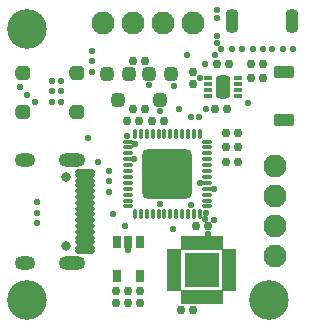
<source format=gts>
G04*
G04 #@! TF.GenerationSoftware,Altium Limited,Altium Designer,21.0.8 (223)*
G04*
G04 Layer_Color=8388736*
%FSLAX25Y25*%
%MOIN*%
G70*
G04*
G04 #@! TF.SameCoordinates,482E8025-2E78-4A05-A4F1-2824EEF061A7*
G04*
G04*
G04 #@! TF.FilePolarity,Negative*
G04*
G01*
G75*
G04:AMPARAMS|DCode=34|XSize=65.06mil|YSize=17.81mil|CornerRadius=5.95mil|HoleSize=0mil|Usage=FLASHONLY|Rotation=0.000|XOffset=0mil|YOffset=0mil|HoleType=Round|Shape=RoundedRectangle|*
%AMROUNDEDRECTD34*
21,1,0.06506,0.00591,0,0,0.0*
21,1,0.05315,0.01781,0,0,0.0*
1,1,0.01191,0.02657,-0.00295*
1,1,0.01191,-0.02657,-0.00295*
1,1,0.01191,-0.02657,0.00295*
1,1,0.01191,0.02657,0.00295*
%
%ADD34ROUNDEDRECTD34*%
G04:AMPARAMS|DCode=35|XSize=37.5mil|YSize=76.87mil|CornerRadius=10.87mil|HoleSize=0mil|Usage=FLASHONLY|Rotation=0.000|XOffset=0mil|YOffset=0mil|HoleType=Round|Shape=RoundedRectangle|*
%AMROUNDEDRECTD35*
21,1,0.03750,0.05512,0,0,0.0*
21,1,0.01575,0.07687,0,0,0.0*
1,1,0.02175,0.00787,-0.02756*
1,1,0.02175,-0.00787,-0.02756*
1,1,0.02175,-0.00787,0.02756*
1,1,0.02175,0.00787,0.02756*
%
%ADD35ROUNDEDRECTD35*%
G04:AMPARAMS|DCode=36|XSize=29.62mil|YSize=15.84mil|CornerRadius=5.46mil|HoleSize=0mil|Usage=FLASHONLY|Rotation=0.000|XOffset=0mil|YOffset=0mil|HoleType=Round|Shape=RoundedRectangle|*
%AMROUNDEDRECTD36*
21,1,0.02962,0.00492,0,0,0.0*
21,1,0.01870,0.01584,0,0,0.0*
1,1,0.01092,0.00935,-0.00246*
1,1,0.01092,-0.00935,-0.00246*
1,1,0.01092,-0.00935,0.00246*
1,1,0.01092,0.00935,0.00246*
%
%ADD36ROUNDEDRECTD36*%
G04:AMPARAMS|DCode=37|XSize=49.31mil|YSize=76.87mil|CornerRadius=13.83mil|HoleSize=0mil|Usage=FLASHONLY|Rotation=0.000|XOffset=0mil|YOffset=0mil|HoleType=Round|Shape=RoundedRectangle|*
%AMROUNDEDRECTD37*
21,1,0.04931,0.04921,0,0,0.0*
21,1,0.02165,0.07687,0,0,0.0*
1,1,0.02765,0.01083,-0.02461*
1,1,0.02765,-0.01083,-0.02461*
1,1,0.02765,-0.01083,0.02461*
1,1,0.02765,0.01083,0.02461*
%
%ADD37ROUNDEDRECTD37*%
G04:AMPARAMS|DCode=38|XSize=32.58mil|YSize=15.84mil|CornerRadius=5.46mil|HoleSize=0mil|Usage=FLASHONLY|Rotation=0.000|XOffset=0mil|YOffset=0mil|HoleType=Round|Shape=RoundedRectangle|*
%AMROUNDEDRECTD38*
21,1,0.03258,0.00492,0,0,0.0*
21,1,0.02165,0.01584,0,0,0.0*
1,1,0.01092,0.01083,-0.00246*
1,1,0.01092,-0.01083,-0.00246*
1,1,0.01092,-0.01083,0.00246*
1,1,0.01092,0.01083,0.00246*
%
%ADD38ROUNDEDRECTD38*%
G04:AMPARAMS|DCode=39|XSize=32.58mil|YSize=15.84mil|CornerRadius=5.46mil|HoleSize=0mil|Usage=FLASHONLY|Rotation=270.000|XOffset=0mil|YOffset=0mil|HoleType=Round|Shape=RoundedRectangle|*
%AMROUNDEDRECTD39*
21,1,0.03258,0.00492,0,0,270.0*
21,1,0.02165,0.01584,0,0,270.0*
1,1,0.01092,-0.00246,-0.01083*
1,1,0.01092,-0.00246,0.01083*
1,1,0.01092,0.00246,0.01083*
1,1,0.01092,0.00246,-0.01083*
%
%ADD39ROUNDEDRECTD39*%
G04:AMPARAMS|DCode=40|XSize=166mil|YSize=166mil|CornerRadius=19mil|HoleSize=0mil|Usage=FLASHONLY|Rotation=270.000|XOffset=0mil|YOffset=0mil|HoleType=Round|Shape=RoundedRectangle|*
%AMROUNDEDRECTD40*
21,1,0.16600,0.12800,0,0,270.0*
21,1,0.12800,0.16600,0,0,270.0*
1,1,0.03800,-0.06400,-0.06400*
1,1,0.03800,-0.06400,0.06400*
1,1,0.03800,0.06400,0.06400*
1,1,0.03800,0.06400,-0.06400*
%
%ADD40ROUNDEDRECTD40*%
G04:AMPARAMS|DCode=41|XSize=22mil|YSize=48mil|CornerRadius=8mil|HoleSize=0mil|Usage=FLASHONLY|Rotation=270.000|XOffset=0mil|YOffset=0mil|HoleType=Round|Shape=RoundedRectangle|*
%AMROUNDEDRECTD41*
21,1,0.02200,0.03200,0,0,270.0*
21,1,0.00600,0.04800,0,0,270.0*
1,1,0.01600,-0.01600,-0.00300*
1,1,0.01600,-0.01600,0.00300*
1,1,0.01600,0.01600,0.00300*
1,1,0.01600,0.01600,-0.00300*
%
%ADD41ROUNDEDRECTD41*%
G04:AMPARAMS|DCode=42|XSize=22mil|YSize=48mil|CornerRadius=8mil|HoleSize=0mil|Usage=FLASHONLY|Rotation=180.000|XOffset=0mil|YOffset=0mil|HoleType=Round|Shape=RoundedRectangle|*
%AMROUNDEDRECTD42*
21,1,0.02200,0.03200,0,0,180.0*
21,1,0.00600,0.04800,0,0,180.0*
1,1,0.01600,-0.00300,0.01600*
1,1,0.01600,0.00300,0.01600*
1,1,0.01600,0.00300,-0.01600*
1,1,0.01600,-0.00300,-0.01600*
%
%ADD42ROUNDEDRECTD42*%
%ADD43R,0.11230X0.11624*%
G04:AMPARAMS|DCode=44|XSize=26mil|YSize=26mil|CornerRadius=8mil|HoleSize=0mil|Usage=FLASHONLY|Rotation=270.000|XOffset=0mil|YOffset=0mil|HoleType=Round|Shape=RoundedRectangle|*
%AMROUNDEDRECTD44*
21,1,0.02600,0.01000,0,0,270.0*
21,1,0.01000,0.02600,0,0,270.0*
1,1,0.01600,-0.00500,-0.00500*
1,1,0.01600,-0.00500,0.00500*
1,1,0.01600,0.00500,0.00500*
1,1,0.01600,0.00500,-0.00500*
%
%ADD44ROUNDEDRECTD44*%
G04:AMPARAMS|DCode=45|XSize=43.4mil|YSize=45.37mil|CornerRadius=12.35mil|HoleSize=0mil|Usage=FLASHONLY|Rotation=180.000|XOffset=0mil|YOffset=0mil|HoleType=Round|Shape=RoundedRectangle|*
%AMROUNDEDRECTD45*
21,1,0.04340,0.02067,0,0,180.0*
21,1,0.01870,0.04537,0,0,180.0*
1,1,0.02470,-0.00935,0.01034*
1,1,0.02470,0.00935,0.01034*
1,1,0.02470,0.00935,-0.01034*
1,1,0.02470,-0.00935,-0.01034*
%
%ADD45ROUNDEDRECTD45*%
G04:AMPARAMS|DCode=46|XSize=29.62mil|YSize=41mil|CornerRadius=8.91mil|HoleSize=0mil|Usage=FLASHONLY|Rotation=0.000|XOffset=0mil|YOffset=0mil|HoleType=Round|Shape=RoundedRectangle|*
%AMROUNDEDRECTD46*
21,1,0.02962,0.02319,0,0,0.0*
21,1,0.01181,0.04100,0,0,0.0*
1,1,0.01781,0.00591,-0.01159*
1,1,0.01781,-0.00591,-0.01159*
1,1,0.01781,-0.00591,0.01159*
1,1,0.01781,0.00591,0.01159*
%
%ADD46ROUNDEDRECTD46*%
G04:AMPARAMS|DCode=47|XSize=26mil|YSize=26mil|CornerRadius=8mil|HoleSize=0mil|Usage=FLASHONLY|Rotation=180.000|XOffset=0mil|YOffset=0mil|HoleType=Round|Shape=RoundedRectangle|*
%AMROUNDEDRECTD47*
21,1,0.02600,0.01000,0,0,180.0*
21,1,0.01000,0.02600,0,0,180.0*
1,1,0.01600,-0.00500,0.00500*
1,1,0.01600,0.00500,0.00500*
1,1,0.01600,0.00500,-0.00500*
1,1,0.01600,-0.00500,-0.00500*
%
%ADD47ROUNDEDRECTD47*%
G04:AMPARAMS|DCode=48|XSize=50mil|YSize=46mil|CornerRadius=13mil|HoleSize=0mil|Usage=FLASHONLY|Rotation=0.000|XOffset=0mil|YOffset=0mil|HoleType=Round|Shape=RoundedRectangle|*
%AMROUNDEDRECTD48*
21,1,0.05000,0.02000,0,0,0.0*
21,1,0.02400,0.04600,0,0,0.0*
1,1,0.02600,0.01200,-0.01000*
1,1,0.02600,-0.01200,-0.01000*
1,1,0.02600,-0.01200,0.01000*
1,1,0.02600,0.01200,0.01000*
%
%ADD48ROUNDEDRECTD48*%
G04:AMPARAMS|DCode=49|XSize=41.43mil|YSize=68.99mil|CornerRadius=11.86mil|HoleSize=0mil|Usage=FLASHONLY|Rotation=270.000|XOffset=0mil|YOffset=0mil|HoleType=Round|Shape=RoundedRectangle|*
%AMROUNDEDRECTD49*
21,1,0.04143,0.04528,0,0,270.0*
21,1,0.01772,0.06899,0,0,270.0*
1,1,0.02372,-0.02264,-0.00886*
1,1,0.02372,-0.02264,0.00886*
1,1,0.02372,0.02264,0.00886*
1,1,0.02372,0.02264,-0.00886*
%
%ADD49ROUNDEDRECTD49*%
%ADD50O,0.08868X0.04537*%
%ADD51O,0.06899X0.04537*%
%ADD52C,0.03159*%
%ADD53C,0.07687*%
%ADD54C,0.02200*%
%ADD55C,0.13198*%
D34*
X27421Y50689D02*
D03*
Y49508D02*
D03*
Y47539D02*
D03*
Y46358D02*
D03*
Y44390D02*
D03*
Y42421D02*
D03*
Y40453D02*
D03*
Y38484D02*
D03*
Y36516D02*
D03*
Y34547D02*
D03*
Y32579D02*
D03*
Y30610D02*
D03*
Y28642D02*
D03*
Y27461D02*
D03*
Y25492D02*
D03*
Y24311D02*
D03*
D35*
X96591Y101000D02*
D03*
X76500D02*
D03*
D36*
X78421Y75984D02*
D03*
X78421Y78016D02*
D03*
Y79984D02*
D03*
X78421Y81953D02*
D03*
X68579Y76047D02*
D03*
X68579Y78016D02*
D03*
X68579Y81953D02*
D03*
X68579Y79984D02*
D03*
D37*
X73500Y79000D02*
D03*
D38*
X68238Y60827D02*
D03*
Y58858D02*
D03*
X68238Y56890D02*
D03*
Y54921D02*
D03*
Y52953D02*
D03*
X68238Y50984D02*
D03*
Y49016D02*
D03*
Y47047D02*
D03*
Y45079D02*
D03*
Y43110D02*
D03*
X68238Y41142D02*
D03*
Y39173D02*
D03*
X41762D02*
D03*
Y41142D02*
D03*
Y43110D02*
D03*
Y45079D02*
D03*
Y47047D02*
D03*
X41762Y49016D02*
D03*
Y50984D02*
D03*
X41762Y52953D02*
D03*
Y54921D02*
D03*
Y56890D02*
D03*
Y58858D02*
D03*
Y60827D02*
D03*
D39*
X65827Y36762D02*
D03*
X63858D02*
D03*
X61890D02*
D03*
X59921D02*
D03*
X57953D02*
D03*
X55984Y36762D02*
D03*
X54016D02*
D03*
X52047Y36762D02*
D03*
X50079D02*
D03*
X48110D02*
D03*
X46142D02*
D03*
X44173D02*
D03*
Y63238D02*
D03*
X46142D02*
D03*
X48110Y63238D02*
D03*
X50079D02*
D03*
X52047D02*
D03*
X54016D02*
D03*
X55984D02*
D03*
X57953Y63238D02*
D03*
X59921D02*
D03*
X61890D02*
D03*
X63858Y63238D02*
D03*
X65827D02*
D03*
D40*
X55000Y50000D02*
D03*
D41*
X57350Y23905D02*
D03*
Y21937D02*
D03*
X57350Y19969D02*
D03*
Y18000D02*
D03*
Y16032D02*
D03*
X57350Y14063D02*
D03*
Y12094D02*
D03*
X75650Y12094D02*
D03*
Y14063D02*
D03*
Y16032D02*
D03*
Y18000D02*
D03*
Y19969D02*
D03*
Y21937D02*
D03*
Y23905D02*
D03*
D42*
X60594Y8850D02*
D03*
X62563D02*
D03*
X64531D02*
D03*
X66500D02*
D03*
X68468D02*
D03*
X70437D02*
D03*
X72405D02*
D03*
X72405Y27150D02*
D03*
X70437D02*
D03*
X68468Y27150D02*
D03*
X66500D02*
D03*
X64531Y27150D02*
D03*
X62563Y27150D02*
D03*
X60594D02*
D03*
D43*
X66500Y18000D02*
D03*
D44*
X47500Y87500D02*
D03*
X43500D02*
D03*
X43500Y71500D02*
D03*
X47500D02*
D03*
X63500Y4500D02*
D03*
X59500D02*
D03*
X74500Y63500D02*
D03*
X78500D02*
D03*
X74500Y59000D02*
D03*
X78500D02*
D03*
X74500Y54000D02*
D03*
X78500D02*
D03*
X64500Y32500D02*
D03*
X68500D02*
D03*
X45500Y67500D02*
D03*
X41500D02*
D03*
X54000D02*
D03*
X50000D02*
D03*
X83000Y86500D02*
D03*
X87000D02*
D03*
X83000Y82000D02*
D03*
X87000D02*
D03*
X75500Y86500D02*
D03*
X71500D02*
D03*
X75000Y71500D02*
D03*
X71000Y71500D02*
D03*
D45*
X52500Y74571D02*
D03*
X48760Y83429D02*
D03*
X56240Y83429D02*
D03*
X38500Y74571D02*
D03*
X34760Y83429D02*
D03*
X42240Y83429D02*
D03*
D46*
X38260Y27406D02*
D03*
X42000D02*
D03*
X45740D02*
D03*
X45740Y16005D02*
D03*
X38260Y16005D02*
D03*
D47*
X46000Y11000D02*
D03*
Y7000D02*
D03*
X42000Y11000D02*
D03*
Y7000D02*
D03*
X38000Y11000D02*
D03*
Y7000D02*
D03*
X63500Y80000D02*
D03*
Y84000D02*
D03*
D48*
X7000Y83500D02*
D03*
Y70500D02*
D03*
X25000D02*
D03*
Y83500D02*
D03*
D49*
X94000Y84000D02*
D03*
Y67858D02*
D03*
D50*
X23327Y54528D02*
D03*
Y20472D02*
D03*
D51*
X7579Y54528D02*
D03*
Y20472D02*
D03*
D52*
X21358Y26122D02*
D03*
Y48878D02*
D03*
D53*
X33622Y100394D02*
D03*
X43622D02*
D03*
X53622D02*
D03*
X63622D02*
D03*
X91000Y22500D02*
D03*
Y32500D02*
D03*
Y42500D02*
D03*
Y52500D02*
D03*
D54*
X37000Y36500D02*
D03*
X30000Y91000D02*
D03*
Y87500D02*
D03*
Y84000D02*
D03*
X66500Y21000D02*
D03*
Y17500D02*
D03*
Y14000D02*
D03*
X42000Y24500D02*
D03*
X67500Y86500D02*
D03*
X73000Y91500D02*
D03*
X71500Y93500D02*
D03*
Y104500D02*
D03*
Y102000D02*
D03*
Y96000D02*
D03*
X76500Y91500D02*
D03*
X80000D02*
D03*
X83500D02*
D03*
X87000D02*
D03*
X90000D02*
D03*
X93500D02*
D03*
X97000D02*
D03*
X10828Y73929D02*
D03*
X8354Y76404D02*
D03*
X5879Y78879D02*
D03*
X16500Y74000D02*
D03*
Y77500D02*
D03*
Y81000D02*
D03*
X19500Y74000D02*
D03*
Y77500D02*
D03*
Y81000D02*
D03*
X11500Y33500D02*
D03*
Y37000D02*
D03*
Y40500D02*
D03*
X35500Y44000D02*
D03*
Y47500D02*
D03*
Y51000D02*
D03*
X59500Y46000D02*
D03*
Y49500D02*
D03*
Y53000D02*
D03*
X56000Y46000D02*
D03*
Y49500D02*
D03*
Y53000D02*
D03*
X66000Y82000D02*
D03*
X65500Y68851D02*
D03*
X68000Y71500D02*
D03*
X62800Y39800D02*
D03*
Y68851D02*
D03*
X59000Y71500D02*
D03*
X82000Y73500D02*
D03*
X61500Y89500D02*
D03*
X71000D02*
D03*
X57219Y79290D02*
D03*
X32000Y54000D02*
D03*
X28500Y62000D02*
D03*
X68500Y30000D02*
D03*
X67449Y34974D02*
D03*
X68000Y37000D02*
D03*
X44226Y59886D02*
D03*
X44000Y55000D02*
D03*
X52500Y40000D02*
D03*
X41500Y62500D02*
D03*
X70500Y45000D02*
D03*
X65800Y47100D02*
D03*
X52500Y71000D02*
D03*
X57000Y31500D02*
D03*
X48760Y79706D02*
D03*
X41000Y32500D02*
D03*
X70500Y34500D02*
D03*
D55*
X88976Y7874D02*
D03*
X8268Y98425D02*
D03*
Y7874D02*
D03*
M02*

</source>
